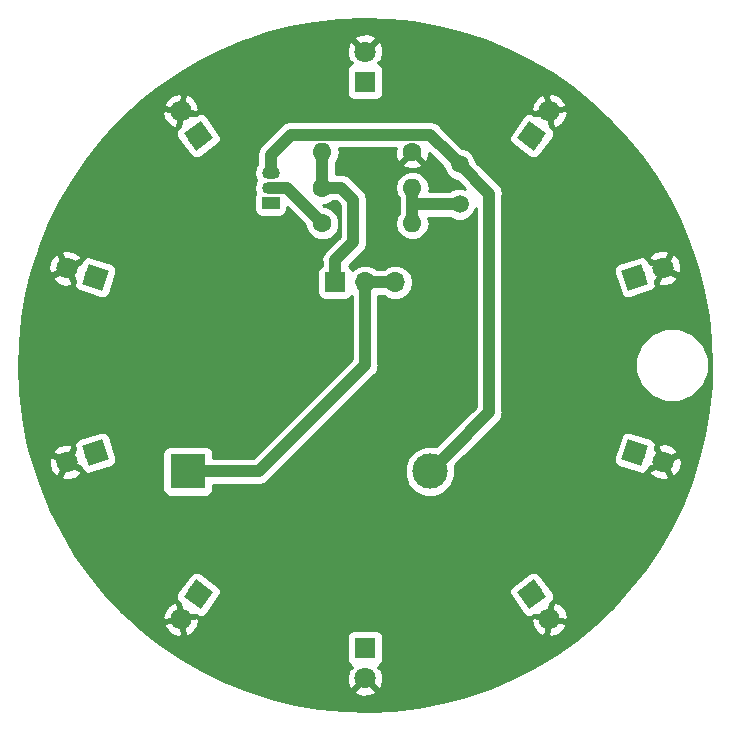
<source format=gbl>
G04 #@! TF.GenerationSoftware,KiCad,Pcbnew,(5.0.0)*
G04 #@! TF.CreationDate,2019-03-21T10:25:12+02:00*
G04 #@! TF.ProjectId,LED_badge,4C45445F62616467652E6B696361645F,rev?*
G04 #@! TF.SameCoordinates,Original*
G04 #@! TF.FileFunction,Copper,L2,Bot,Signal*
G04 #@! TF.FilePolarity,Positive*
%FSLAX46Y46*%
G04 Gerber Fmt 4.6, Leading zero omitted, Abs format (unit mm)*
G04 Created by KiCad (PCBNEW (5.0.0)) date 03/21/19 10:25:12*
%MOMM*%
%LPD*%
G01*
G04 APERTURE LIST*
G04 #@! TA.AperFunction,ComponentPad*
%ADD10R,1.500000X1.050000*%
G04 #@! TD*
G04 #@! TA.AperFunction,ComponentPad*
%ADD11O,1.500000X1.050000*%
G04 #@! TD*
G04 #@! TA.AperFunction,ComponentPad*
%ADD12C,1.800000*%
G04 #@! TD*
G04 #@! TA.AperFunction,Conductor*
%ADD13C,0.100000*%
G04 #@! TD*
G04 #@! TA.AperFunction,ComponentPad*
%ADD14R,1.800000X1.800000*%
G04 #@! TD*
G04 #@! TA.AperFunction,ComponentPad*
%ADD15C,3.000000*%
G04 #@! TD*
G04 #@! TA.AperFunction,ComponentPad*
%ADD16R,3.000000X3.000000*%
G04 #@! TD*
G04 #@! TA.AperFunction,ComponentPad*
%ADD17C,1.600000*%
G04 #@! TD*
G04 #@! TA.AperFunction,ComponentPad*
%ADD18O,1.600000X1.600000*%
G04 #@! TD*
G04 #@! TA.AperFunction,ComponentPad*
%ADD19C,1.500000*%
G04 #@! TD*
G04 #@! TA.AperFunction,ComponentPad*
%ADD20R,1.700000X1.700000*%
G04 #@! TD*
G04 #@! TA.AperFunction,ComponentPad*
%ADD21O,1.700000X1.700000*%
G04 #@! TD*
G04 #@! TA.AperFunction,Conductor*
%ADD22C,1.000000*%
G04 #@! TD*
G04 #@! TA.AperFunction,Conductor*
%ADD23C,0.254000*%
G04 #@! TD*
G04 APERTURE END LIST*
D10*
G04 #@! TO.P,Q1,1*
G04 #@! TO.N,Net-(D1-Pad1)*
X129000000Y-66270000D03*
D11*
G04 #@! TO.P,Q1,3*
G04 #@! TO.N,Net-(BT1-Pad2)*
X129000000Y-63730000D03*
G04 #@! TO.P,Q1,2*
G04 #@! TO.N,Net-(Q1-Pad2)*
X129000000Y-65000000D03*
G04 #@! TD*
D12*
G04 #@! TO.P,D1,2*
G04 #@! TO.N,Net-(D1-Pad2)*
X152599821Y-58528689D03*
G04 #@! TO.P,D1,1*
G04 #@! TO.N,Net-(D1-Pad1)*
X151106846Y-60583592D03*
D13*
G04 #@! TD*
G04 #@! TO.N,Net-(D1-Pad1)*
G04 #@! TO.C,D1*
G36*
X151305955Y-61840714D02*
X149849724Y-60782701D01*
X150907737Y-59326470D01*
X152363968Y-60384483D01*
X151305955Y-61840714D01*
X151305955Y-61840714D01*
G37*
D12*
G04 #@! TO.P,D1,2*
G04 #@! TO.N,Net-(D1-Pad2)*
X162241040Y-71798689D03*
G04 #@! TO.P,D1,1*
G04 #@! TO.N,Net-(D1-Pad1)*
X159825356Y-72583592D03*
D13*
G04 #@! TD*
G04 #@! TO.N,Net-(D1-Pad1)*
G04 #@! TO.C,D1*
G36*
X159247520Y-73717658D02*
X158691290Y-72005756D01*
X160403192Y-71449526D01*
X160959422Y-73161428D01*
X159247520Y-73717658D01*
X159247520Y-73717658D01*
G37*
D12*
G04 #@! TO.P,D1,2*
G04 #@! TO.N,Net-(D1-Pad2)*
X162241040Y-88201311D03*
G04 #@! TO.P,D1,1*
G04 #@! TO.N,Net-(D1-Pad1)*
X159825356Y-87416408D03*
D13*
G04 #@! TD*
G04 #@! TO.N,Net-(D1-Pad1)*
G04 #@! TO.C,D1*
G36*
X158691290Y-87994244D02*
X159247520Y-86282342D01*
X160959422Y-86838572D01*
X160403192Y-88550474D01*
X158691290Y-87994244D01*
X158691290Y-87994244D01*
G37*
D12*
G04 #@! TO.P,D1,2*
G04 #@! TO.N,Net-(D1-Pad2)*
X152599821Y-101471311D03*
G04 #@! TO.P,D1,1*
G04 #@! TO.N,Net-(D1-Pad1)*
X151106846Y-99416408D03*
D13*
G04 #@! TD*
G04 #@! TO.N,Net-(D1-Pad1)*
G04 #@! TO.C,D1*
G36*
X149849724Y-99217299D02*
X151305955Y-98159286D01*
X152363968Y-99615517D01*
X150907737Y-100673530D01*
X149849724Y-99217299D01*
X149849724Y-99217299D01*
G37*
D12*
G04 #@! TO.P,D1,2*
G04 #@! TO.N,Net-(D1-Pad2)*
X137000000Y-106540000D03*
D14*
G04 #@! TO.P,D1,1*
G04 #@! TO.N,Net-(D1-Pad1)*
X137000000Y-104000000D03*
G04 #@! TD*
D12*
G04 #@! TO.P,D1,2*
G04 #@! TO.N,Net-(D1-Pad2)*
X121400179Y-101471311D03*
G04 #@! TO.P,D1,1*
G04 #@! TO.N,Net-(D1-Pad1)*
X122893154Y-99416408D03*
D13*
G04 #@! TD*
G04 #@! TO.N,Net-(D1-Pad1)*
G04 #@! TO.C,D1*
G36*
X122694045Y-98159286D02*
X124150276Y-99217299D01*
X123092263Y-100673530D01*
X121636032Y-99615517D01*
X122694045Y-98159286D01*
X122694045Y-98159286D01*
G37*
D12*
G04 #@! TO.P,D1,2*
G04 #@! TO.N,Net-(D1-Pad2)*
X111758960Y-88201311D03*
G04 #@! TO.P,D1,1*
G04 #@! TO.N,Net-(D1-Pad1)*
X114174644Y-87416408D03*
D13*
G04 #@! TD*
G04 #@! TO.N,Net-(D1-Pad1)*
G04 #@! TO.C,D1*
G36*
X114752480Y-86282342D02*
X115308710Y-87994244D01*
X113596808Y-88550474D01*
X113040578Y-86838572D01*
X114752480Y-86282342D01*
X114752480Y-86282342D01*
G37*
D12*
G04 #@! TO.P,D1,2*
G04 #@! TO.N,Net-(D1-Pad2)*
X111758960Y-71798689D03*
G04 #@! TO.P,D1,1*
G04 #@! TO.N,Net-(D1-Pad1)*
X114174644Y-72583592D03*
D13*
G04 #@! TD*
G04 #@! TO.N,Net-(D1-Pad1)*
G04 #@! TO.C,D1*
G36*
X115308710Y-72005756D02*
X114752480Y-73717658D01*
X113040578Y-73161428D01*
X113596808Y-71449526D01*
X115308710Y-72005756D01*
X115308710Y-72005756D01*
G37*
D12*
G04 #@! TO.P,D1,2*
G04 #@! TO.N,Net-(D1-Pad2)*
X121400179Y-58528689D03*
G04 #@! TO.P,D1,1*
G04 #@! TO.N,Net-(D1-Pad1)*
X122893154Y-60583592D03*
D13*
G04 #@! TD*
G04 #@! TO.N,Net-(D1-Pad1)*
G04 #@! TO.C,D1*
G36*
X124150276Y-60782701D02*
X122694045Y-61840714D01*
X121636032Y-60384483D01*
X123092263Y-59326470D01*
X124150276Y-60782701D01*
X124150276Y-60782701D01*
G37*
D15*
G04 #@! TO.P,BT1,2*
G04 #@! TO.N,Net-(BT1-Pad2)*
X142490000Y-89000000D03*
D16*
G04 #@! TO.P,BT1,1*
G04 #@! TO.N,Net-(BT1-Pad1)*
X122000000Y-89000000D03*
G04 #@! TD*
D17*
G04 #@! TO.P,R1,1*
G04 #@! TO.N,Net-(R1-Pad1)*
X133380000Y-65000000D03*
D18*
G04 #@! TO.P,R1,2*
G04 #@! TO.N,Net-(R1-Pad2)*
X141000000Y-65000000D03*
G04 #@! TD*
D19*
G04 #@! TO.P,R2,1*
G04 #@! TO.N,Net-(R1-Pad2)*
X145000000Y-66400000D03*
G04 #@! TO.P,R2,2*
G04 #@! TO.N,Net-(BT1-Pad2)*
X145000000Y-63000000D03*
G04 #@! TD*
D18*
G04 #@! TO.P,R3,2*
G04 #@! TO.N,Net-(R1-Pad1)*
X133380000Y-62000000D03*
D17*
G04 #@! TO.P,R3,1*
G04 #@! TO.N,Net-(D1-Pad2)*
X141000000Y-62000000D03*
G04 #@! TD*
G04 #@! TO.P,R4,1*
G04 #@! TO.N,Net-(Q1-Pad2)*
X133380000Y-68000000D03*
D18*
G04 #@! TO.P,R4,2*
G04 #@! TO.N,Net-(R1-Pad2)*
X141000000Y-68000000D03*
G04 #@! TD*
D14*
G04 #@! TO.P,D1,1*
G04 #@! TO.N,Net-(D1-Pad1)*
X137000000Y-56000000D03*
D12*
G04 #@! TO.P,D1,2*
G04 #@! TO.N,Net-(D1-Pad2)*
X137000000Y-53460000D03*
G04 #@! TD*
D20*
G04 #@! TO.P,SW1,1*
G04 #@! TO.N,Net-(R1-Pad1)*
X134460000Y-73000000D03*
D21*
G04 #@! TO.P,SW1,2*
G04 #@! TO.N,Net-(BT1-Pad1)*
X137000000Y-73000000D03*
G04 #@! TO.P,SW1,3*
X139540000Y-73000000D03*
G04 #@! TD*
D22*
G04 #@! TO.N,Net-(BT1-Pad2)*
X143989999Y-87500001D02*
X142490000Y-89000000D01*
X147500000Y-83990000D02*
X143989999Y-87500001D01*
X147500000Y-65500000D02*
X147500000Y-83990000D01*
X145000000Y-63000000D02*
X147500000Y-65500000D01*
X144250001Y-62250001D02*
X145000000Y-63000000D01*
X142499999Y-60499999D02*
X144250001Y-62250001D01*
X130705001Y-60499999D02*
X142499999Y-60499999D01*
X129000000Y-62205000D02*
X130705001Y-60499999D01*
X129000000Y-63730000D02*
X129000000Y-62205000D01*
G04 #@! TO.N,Net-(BT1-Pad1)*
X137000000Y-73000000D02*
X139540000Y-73000000D01*
X128000000Y-89000000D02*
X122000000Y-89000000D01*
X137000000Y-80000000D02*
X128000000Y-89000000D01*
X137000000Y-73000000D02*
X137000000Y-80000000D01*
G04 #@! TO.N,Net-(Q1-Pad2)*
X130380000Y-65000000D02*
X133380000Y-68000000D01*
X129000000Y-65000000D02*
X130380000Y-65000000D01*
G04 #@! TO.N,Net-(R1-Pad2)*
X141100000Y-66400000D02*
X141000000Y-66500000D01*
X145000000Y-66400000D02*
X141100000Y-66400000D01*
X141000000Y-65000000D02*
X141000000Y-66500000D01*
X141000000Y-66500000D02*
X141000000Y-68000000D01*
G04 #@! TO.N,Net-(R1-Pad1)*
X133380000Y-62000000D02*
X133380000Y-65000000D01*
X135000000Y-65000000D02*
X133380000Y-65000000D01*
X136000000Y-66000000D02*
X135000000Y-65000000D01*
X136000000Y-69610000D02*
X136000000Y-66000000D01*
X134460000Y-73000000D02*
X134460000Y-71150000D01*
X134460000Y-71150000D02*
X136000000Y-69610000D01*
G04 #@! TD*
D23*
G04 #@! TO.N,Net-(D1-Pad2)*
G36*
X138993301Y-50761204D02*
X141078699Y-50978548D01*
X143143220Y-51344437D01*
X145176298Y-51856998D01*
X147167526Y-52513606D01*
X149106712Y-53310902D01*
X150983931Y-54244804D01*
X152789573Y-55310532D01*
X154514398Y-56502632D01*
X156149577Y-57815002D01*
X157686740Y-59240924D01*
X159118019Y-60773100D01*
X160436088Y-62403687D01*
X161634201Y-64124341D01*
X162706226Y-65926252D01*
X163646675Y-67800200D01*
X164450735Y-69736591D01*
X165114290Y-71725514D01*
X165633944Y-73756790D01*
X166007037Y-75820022D01*
X166231660Y-77904649D01*
X166306662Y-80000000D01*
X166258066Y-81687009D01*
X166062572Y-83774569D01*
X165718322Y-85842809D01*
X165227080Y-87881142D01*
X164591359Y-89879137D01*
X163814414Y-91826566D01*
X162900221Y-93713461D01*
X161853459Y-95530165D01*
X160679486Y-97267378D01*
X159384312Y-98916210D01*
X157974565Y-100468221D01*
X156457461Y-101915466D01*
X154840765Y-103250538D01*
X153132753Y-104466604D01*
X151342166Y-105557439D01*
X149478170Y-106517461D01*
X147550305Y-107341754D01*
X145568439Y-108026100D01*
X143542716Y-108566997D01*
X141483504Y-108961675D01*
X139401344Y-109208115D01*
X137306893Y-109305055D01*
X135210871Y-109251999D01*
X133124007Y-109049219D01*
X131056981Y-108697752D01*
X129020375Y-108199398D01*
X127221654Y-107620159D01*
X136099446Y-107620159D01*
X136185852Y-107876643D01*
X136759336Y-108086458D01*
X137369460Y-108060839D01*
X137814148Y-107876643D01*
X137900554Y-107620159D01*
X137000000Y-106719605D01*
X136099446Y-107620159D01*
X127221654Y-107620159D01*
X127024612Y-107556706D01*
X125079907Y-106772968D01*
X123196214Y-105852194D01*
X121383175Y-104799097D01*
X119650070Y-103619068D01*
X118993994Y-103100000D01*
X135452560Y-103100000D01*
X135452560Y-104900000D01*
X135501843Y-105147765D01*
X135642191Y-105357809D01*
X135840114Y-105490058D01*
X135805282Y-105524890D01*
X135919839Y-105639447D01*
X135663357Y-105725852D01*
X135453542Y-106299336D01*
X135479161Y-106909460D01*
X135663357Y-107354148D01*
X135919841Y-107440554D01*
X136820395Y-106540000D01*
X136806253Y-106525858D01*
X136985858Y-106346253D01*
X137000000Y-106360395D01*
X137014143Y-106346253D01*
X137193748Y-106525858D01*
X137179605Y-106540000D01*
X138080159Y-107440554D01*
X138336643Y-107354148D01*
X138546458Y-106780664D01*
X138520839Y-106170540D01*
X138336643Y-105725852D01*
X138080161Y-105639447D01*
X138194718Y-105524890D01*
X138159886Y-105490058D01*
X138357809Y-105357809D01*
X138498157Y-105147765D01*
X138547440Y-104900000D01*
X138547440Y-103100000D01*
X138498157Y-102852235D01*
X138357809Y-102642191D01*
X138147765Y-102501843D01*
X137900000Y-102452560D01*
X136100000Y-102452560D01*
X135852235Y-102501843D01*
X135642191Y-102642191D01*
X135501843Y-102852235D01*
X135452560Y-103100000D01*
X118993994Y-103100000D01*
X118005769Y-102318146D01*
X117739010Y-102074134D01*
X119955860Y-102074134D01*
X120221902Y-102469980D01*
X120205461Y-102486421D01*
X120289299Y-102570259D01*
X120296493Y-102580963D01*
X120306948Y-102587908D01*
X120385069Y-102666029D01*
X120400827Y-102650271D01*
X120805152Y-102918859D01*
X121273179Y-103031222D01*
X121493841Y-102874511D01*
X121313735Y-101737363D01*
X121386038Y-101665060D01*
X121414320Y-101665060D01*
X121586761Y-101837501D01*
X121744714Y-102834776D01*
X122003002Y-102915630D01*
X122398848Y-102649588D01*
X122415289Y-102666029D01*
X122499127Y-102582191D01*
X122509831Y-102574997D01*
X122516776Y-102564542D01*
X122594897Y-102486421D01*
X122579139Y-102470663D01*
X122847727Y-102066338D01*
X122960090Y-101598311D01*
X151039910Y-101598311D01*
X151207251Y-102185595D01*
X151586599Y-102664137D01*
X151996998Y-102915630D01*
X152128352Y-102874511D01*
X152506159Y-102874511D01*
X152726821Y-103031222D01*
X153314105Y-102863881D01*
X153792647Y-102484533D01*
X154044140Y-102074134D01*
X153963286Y-101815846D01*
X152705390Y-101616615D01*
X152506159Y-102874511D01*
X152128352Y-102874511D01*
X152255286Y-102834776D01*
X152454517Y-101576880D01*
X151196621Y-101377649D01*
X151039910Y-101598311D01*
X122960090Y-101598311D01*
X122803379Y-101377649D01*
X121666231Y-101557755D01*
X121593928Y-101485452D01*
X121414320Y-101665060D01*
X121386038Y-101665060D01*
X121206430Y-101485452D01*
X121033989Y-101657893D01*
X120036714Y-101815846D01*
X119955860Y-102074134D01*
X117739010Y-102074134D01*
X116941151Y-101344311D01*
X119840268Y-101344311D01*
X119996979Y-101564973D01*
X121134127Y-101384867D01*
X121206430Y-101457170D01*
X121386038Y-101277562D01*
X121213597Y-101105121D01*
X121055644Y-100107846D01*
X120797356Y-100026992D01*
X120401510Y-100293034D01*
X120385069Y-100276593D01*
X120301231Y-100360431D01*
X120290527Y-100367625D01*
X120283582Y-100378080D01*
X120205461Y-100456201D01*
X120221219Y-100471959D01*
X119952631Y-100876284D01*
X119840268Y-101344311D01*
X116941151Y-101344311D01*
X116458689Y-100902990D01*
X115335002Y-99716799D01*
X120996563Y-99716799D01*
X121083999Y-99953804D01*
X121255476Y-100139307D01*
X121325897Y-100190471D01*
X121486623Y-101205259D01*
X121414320Y-101277562D01*
X121593928Y-101457170D01*
X121766369Y-101284729D01*
X122641285Y-101146156D01*
X122711707Y-101197320D01*
X122941121Y-101303081D01*
X123193545Y-101312999D01*
X123430550Y-101225563D01*
X123616053Y-101054086D01*
X124674066Y-99597855D01*
X124779827Y-99368441D01*
X124789745Y-99116017D01*
X149210255Y-99116017D01*
X149220173Y-99368441D01*
X149325934Y-99597855D01*
X150383947Y-101054086D01*
X150569450Y-101225563D01*
X150806455Y-101312999D01*
X151058879Y-101303081D01*
X151288293Y-101197320D01*
X151358715Y-101146156D01*
X152233631Y-101284729D01*
X152406072Y-101457170D01*
X152497500Y-101365742D01*
X152745125Y-101365742D01*
X154003021Y-101564973D01*
X154159732Y-101344311D01*
X153992391Y-100757027D01*
X153613043Y-100278485D01*
X153202644Y-100026992D01*
X152944356Y-100107846D01*
X152745125Y-101365742D01*
X152497500Y-101365742D01*
X152585680Y-101277562D01*
X152513377Y-101205259D01*
X152674103Y-100190471D01*
X152744524Y-100139307D01*
X152916001Y-99953804D01*
X153003437Y-99716799D01*
X152993519Y-99464375D01*
X152887758Y-99234961D01*
X151829745Y-97778730D01*
X151644242Y-97607253D01*
X151407237Y-97519817D01*
X151154813Y-97529735D01*
X150925399Y-97635496D01*
X149469168Y-98693509D01*
X149297691Y-98879012D01*
X149210255Y-99116017D01*
X124789745Y-99116017D01*
X124702309Y-98879012D01*
X124530832Y-98693509D01*
X123074601Y-97635496D01*
X122845187Y-97529735D01*
X122592763Y-97519817D01*
X122355758Y-97607253D01*
X122170255Y-97778730D01*
X121112242Y-99234961D01*
X121006481Y-99464375D01*
X120996563Y-99716799D01*
X115335002Y-99716799D01*
X115016748Y-99380843D01*
X113687328Y-97759497D01*
X112477231Y-96047250D01*
X111392653Y-94252867D01*
X110439144Y-92385531D01*
X109621585Y-90454800D01*
X109297967Y-89506890D01*
X111236270Y-89506890D01*
X111397705Y-89724120D01*
X112007957Y-89746449D01*
X112580302Y-89533545D01*
X112946306Y-89220949D01*
X112949226Y-88950317D01*
X111814461Y-88372126D01*
X111236270Y-89506890D01*
X109297967Y-89506890D01*
X108944161Y-88470557D01*
X108938830Y-88450308D01*
X110213822Y-88450308D01*
X110426726Y-89022653D01*
X110739322Y-89388657D01*
X111009954Y-89391577D01*
X111588145Y-88256812D01*
X110453381Y-87678621D01*
X110236151Y-87840056D01*
X110213822Y-88450308D01*
X108938830Y-88450308D01*
X108676078Y-87452305D01*
X110568694Y-87452305D01*
X111703459Y-88030496D01*
X111715144Y-88007562D01*
X111773101Y-88007562D01*
X111952709Y-88187170D01*
X111972367Y-88167512D01*
X112954158Y-88667759D01*
X112981056Y-88750544D01*
X113104491Y-88970952D01*
X113302876Y-89127347D01*
X113546010Y-89195918D01*
X113796878Y-89166226D01*
X115508780Y-88609996D01*
X115729188Y-88486561D01*
X115885583Y-88288176D01*
X115954154Y-88045042D01*
X115924462Y-87794174D01*
X115828880Y-87500000D01*
X119852560Y-87500000D01*
X119852560Y-90500000D01*
X119901843Y-90747765D01*
X120042191Y-90957809D01*
X120252235Y-91098157D01*
X120500000Y-91147440D01*
X123500000Y-91147440D01*
X123747765Y-91098157D01*
X123957809Y-90957809D01*
X124098157Y-90747765D01*
X124147440Y-90500000D01*
X124147440Y-90135000D01*
X127888217Y-90135000D01*
X128000000Y-90157235D01*
X128111783Y-90135000D01*
X128442855Y-90069146D01*
X128818289Y-89818289D01*
X128881613Y-89723518D01*
X137723521Y-80881611D01*
X137818289Y-80818289D01*
X138069146Y-80442855D01*
X138135000Y-80111783D01*
X138157235Y-80000001D01*
X138135000Y-79888218D01*
X138135000Y-74135000D01*
X138565719Y-74135000D01*
X138960582Y-74398839D01*
X139393744Y-74485000D01*
X139686256Y-74485000D01*
X140119418Y-74398839D01*
X140610625Y-74070625D01*
X140938839Y-73579418D01*
X141054092Y-73000000D01*
X140938839Y-72420582D01*
X140610625Y-71929375D01*
X140119418Y-71601161D01*
X139686256Y-71515000D01*
X139393744Y-71515000D01*
X138960582Y-71601161D01*
X138565719Y-71865000D01*
X137974281Y-71865000D01*
X137579418Y-71601161D01*
X137146256Y-71515000D01*
X136853744Y-71515000D01*
X136420582Y-71601161D01*
X135929375Y-71929375D01*
X135917184Y-71947619D01*
X135908157Y-71902235D01*
X135767809Y-71692191D01*
X135621021Y-71594110D01*
X136723521Y-70491611D01*
X136818289Y-70428289D01*
X137069146Y-70052855D01*
X137135000Y-69721783D01*
X137135000Y-69721782D01*
X137157235Y-69610000D01*
X137135000Y-69498217D01*
X137135000Y-66111783D01*
X137157235Y-66000000D01*
X137069146Y-65557145D01*
X136881609Y-65276476D01*
X136818289Y-65181711D01*
X136723523Y-65118391D01*
X135881612Y-64276481D01*
X135818289Y-64181711D01*
X135442855Y-63930854D01*
X135111783Y-63865000D01*
X135000000Y-63842765D01*
X134888217Y-63865000D01*
X134515000Y-63865000D01*
X134515000Y-63007745D01*
X140171861Y-63007745D01*
X140245995Y-63253864D01*
X140783223Y-63446965D01*
X141353454Y-63419778D01*
X141754005Y-63253864D01*
X141828139Y-63007745D01*
X141000000Y-62179605D01*
X140171861Y-63007745D01*
X134515000Y-63007745D01*
X134515000Y-62884283D01*
X134731740Y-62559909D01*
X134843113Y-62000000D01*
X134770510Y-61634999D01*
X139606313Y-61634999D01*
X139553035Y-61783223D01*
X139580222Y-62353454D01*
X139746136Y-62754005D01*
X139992255Y-62828139D01*
X140820395Y-62000000D01*
X140806253Y-61985858D01*
X140985858Y-61806253D01*
X141000000Y-61820395D01*
X141014143Y-61806253D01*
X141193748Y-61985858D01*
X141179605Y-62000000D01*
X142007745Y-62828139D01*
X142253864Y-62754005D01*
X142446965Y-62216777D01*
X142438720Y-62043852D01*
X143526477Y-63131610D01*
X143526483Y-63131614D01*
X143615000Y-63220131D01*
X143615000Y-63275494D01*
X143825853Y-63784540D01*
X144215460Y-64174147D01*
X144724506Y-64385000D01*
X144779869Y-64385000D01*
X145504885Y-65110017D01*
X145275494Y-65015000D01*
X144724506Y-65015000D01*
X144215460Y-65225853D01*
X144176313Y-65265000D01*
X142410401Y-65265000D01*
X142463113Y-65000000D01*
X142351740Y-64440091D01*
X142034577Y-63965423D01*
X141559909Y-63648260D01*
X141141333Y-63565000D01*
X140858667Y-63565000D01*
X140440091Y-63648260D01*
X139965423Y-63965423D01*
X139648260Y-64440091D01*
X139536887Y-65000000D01*
X139648260Y-65559909D01*
X139865000Y-65884283D01*
X139865000Y-66388217D01*
X139842765Y-66500000D01*
X139865000Y-66611783D01*
X139865000Y-67115717D01*
X139648260Y-67440091D01*
X139536887Y-68000000D01*
X139648260Y-68559909D01*
X139965423Y-69034577D01*
X140440091Y-69351740D01*
X140858667Y-69435000D01*
X141141333Y-69435000D01*
X141559909Y-69351740D01*
X142034577Y-69034577D01*
X142351740Y-68559909D01*
X142463113Y-68000000D01*
X142370619Y-67535000D01*
X144176313Y-67535000D01*
X144215460Y-67574147D01*
X144724506Y-67785000D01*
X145275494Y-67785000D01*
X145784540Y-67574147D01*
X146174147Y-67184540D01*
X146365000Y-66723778D01*
X146365001Y-83519867D01*
X143266478Y-86618391D01*
X143266475Y-86618393D01*
X142989059Y-86895809D01*
X142914678Y-86865000D01*
X142065322Y-86865000D01*
X141280620Y-87190034D01*
X140680034Y-87790620D01*
X140355000Y-88575322D01*
X140355000Y-89424678D01*
X140680034Y-90209380D01*
X141280620Y-90809966D01*
X142065322Y-91135000D01*
X142914678Y-91135000D01*
X143699380Y-90809966D01*
X144299966Y-90209380D01*
X144625000Y-89424678D01*
X144625000Y-88575322D01*
X144594191Y-88500941D01*
X144871607Y-88223525D01*
X144871609Y-88223522D01*
X145050089Y-88045042D01*
X158045846Y-88045042D01*
X158114417Y-88288176D01*
X158270812Y-88486561D01*
X158491220Y-88609996D01*
X160203122Y-89166226D01*
X160453990Y-89195918D01*
X160697124Y-89127347D01*
X160895509Y-88970952D01*
X160907065Y-88950317D01*
X161050774Y-88950317D01*
X161053694Y-89220949D01*
X161534273Y-89597711D01*
X162122452Y-89761884D01*
X162602295Y-89724120D01*
X162763730Y-89506890D01*
X162185539Y-88372126D01*
X161050774Y-88950317D01*
X160907065Y-88950317D01*
X161018944Y-88750544D01*
X161045842Y-88667759D01*
X161852371Y-88256812D01*
X162411855Y-88256812D01*
X162990046Y-89391577D01*
X163260678Y-89388657D01*
X163637440Y-88908078D01*
X163801613Y-88319899D01*
X163763849Y-87840056D01*
X163546619Y-87678621D01*
X162411855Y-88256812D01*
X161852371Y-88256812D01*
X162027633Y-88167512D01*
X162047291Y-88187170D01*
X162226899Y-88007562D01*
X161763849Y-87544512D01*
X161548276Y-87121426D01*
X161575174Y-87038642D01*
X161592088Y-86895732D01*
X161718350Y-86895732D01*
X162296541Y-88030496D01*
X163431306Y-87452305D01*
X163428386Y-87181673D01*
X162947807Y-86804911D01*
X162359628Y-86640738D01*
X161879785Y-86678502D01*
X161718350Y-86895732D01*
X161592088Y-86895732D01*
X161604866Y-86787774D01*
X161536295Y-86544640D01*
X161379900Y-86346255D01*
X161159492Y-86222820D01*
X159447590Y-85666590D01*
X159196722Y-85636898D01*
X158953588Y-85705469D01*
X158755203Y-85861864D01*
X158631768Y-86082272D01*
X158075538Y-87794174D01*
X158045846Y-88045042D01*
X145050089Y-88045042D01*
X148223521Y-84871611D01*
X148318289Y-84808289D01*
X148569146Y-84432855D01*
X148635000Y-84101783D01*
X148657235Y-83990001D01*
X148635000Y-83878218D01*
X148635000Y-79376410D01*
X159865000Y-79376410D01*
X159865000Y-80623590D01*
X160342276Y-81775835D01*
X161224165Y-82657724D01*
X162376410Y-83135000D01*
X163623590Y-83135000D01*
X164775835Y-82657724D01*
X165657724Y-81775835D01*
X166135000Y-80623590D01*
X166135000Y-79376410D01*
X165657724Y-78224165D01*
X164775835Y-77342276D01*
X163623590Y-76865000D01*
X162376410Y-76865000D01*
X161224165Y-77342276D01*
X160342276Y-78224165D01*
X159865000Y-79376410D01*
X148635000Y-79376410D01*
X148635000Y-71954958D01*
X158045846Y-71954958D01*
X158075538Y-72205826D01*
X158631768Y-73917728D01*
X158755203Y-74138136D01*
X158953588Y-74294531D01*
X159196722Y-74363102D01*
X159447590Y-74333410D01*
X161159492Y-73777180D01*
X161379900Y-73653745D01*
X161536295Y-73455360D01*
X161604866Y-73212226D01*
X161592089Y-73104268D01*
X161718350Y-73104268D01*
X161879785Y-73321498D01*
X162490037Y-73343827D01*
X163062382Y-73130923D01*
X163428386Y-72818327D01*
X163431306Y-72547695D01*
X162296541Y-71969504D01*
X161718350Y-73104268D01*
X161592089Y-73104268D01*
X161575174Y-72961358D01*
X161548276Y-72878574D01*
X161763849Y-72455488D01*
X162226899Y-71992438D01*
X162047291Y-71812830D01*
X162027633Y-71832488D01*
X161852372Y-71743188D01*
X162411855Y-71743188D01*
X163546619Y-72321379D01*
X163763849Y-72159944D01*
X163786178Y-71549692D01*
X163573274Y-70977347D01*
X163260678Y-70611343D01*
X162990046Y-70608423D01*
X162411855Y-71743188D01*
X161852372Y-71743188D01*
X161045842Y-71332241D01*
X161018944Y-71249456D01*
X160907066Y-71049683D01*
X161050774Y-71049683D01*
X162185539Y-71627874D01*
X162763730Y-70493110D01*
X162602295Y-70275880D01*
X161992043Y-70253551D01*
X161419698Y-70466455D01*
X161053694Y-70779051D01*
X161050774Y-71049683D01*
X160907066Y-71049683D01*
X160895509Y-71029048D01*
X160697124Y-70872653D01*
X160453990Y-70804082D01*
X160203122Y-70833774D01*
X158491220Y-71390004D01*
X158270812Y-71513439D01*
X158114417Y-71711824D01*
X158045846Y-71954958D01*
X148635000Y-71954958D01*
X148635000Y-65611783D01*
X148657235Y-65500000D01*
X148569146Y-65057145D01*
X148562240Y-65046810D01*
X148318289Y-64681711D01*
X148223521Y-64618390D01*
X146385000Y-62779869D01*
X146385000Y-62724506D01*
X146174147Y-62215460D01*
X145784540Y-61825853D01*
X145275494Y-61615000D01*
X145220131Y-61615000D01*
X145131614Y-61526483D01*
X145131610Y-61526477D01*
X144489116Y-60883983D01*
X149210255Y-60883983D01*
X149297691Y-61120988D01*
X149469168Y-61306491D01*
X150925399Y-62364504D01*
X151154813Y-62470265D01*
X151407237Y-62480183D01*
X151644242Y-62392747D01*
X151829745Y-62221270D01*
X152887758Y-60765039D01*
X152993519Y-60535625D01*
X153003437Y-60283201D01*
X152916001Y-60046196D01*
X152744524Y-59860693D01*
X152674103Y-59809529D01*
X152513377Y-58794741D01*
X152585680Y-58722438D01*
X152613962Y-58722438D01*
X152786403Y-58894879D01*
X152944356Y-59892154D01*
X153202644Y-59973008D01*
X153598490Y-59706966D01*
X153614931Y-59723407D01*
X153698769Y-59639569D01*
X153709473Y-59632375D01*
X153716418Y-59621920D01*
X153794539Y-59543799D01*
X153778781Y-59528041D01*
X154047369Y-59123716D01*
X154159732Y-58655689D01*
X154003021Y-58435027D01*
X152865873Y-58615133D01*
X152793570Y-58542830D01*
X152613962Y-58722438D01*
X152585680Y-58722438D01*
X152406072Y-58542830D01*
X152233631Y-58715271D01*
X151358715Y-58853844D01*
X151288293Y-58802680D01*
X151058879Y-58696919D01*
X150806455Y-58687001D01*
X150569450Y-58774437D01*
X150383947Y-58945914D01*
X149325934Y-60402145D01*
X149220173Y-60631559D01*
X149210255Y-60883983D01*
X144489116Y-60883983D01*
X143381612Y-59776480D01*
X143318288Y-59681710D01*
X142942854Y-59430853D01*
X142611782Y-59364999D01*
X142499999Y-59342764D01*
X142388216Y-59364999D01*
X130816784Y-59364999D01*
X130705001Y-59342764D01*
X130593218Y-59364999D01*
X130262146Y-59430853D01*
X129886712Y-59681710D01*
X129823392Y-59776475D01*
X128276479Y-61323389D01*
X128181712Y-61386711D01*
X128029174Y-61615000D01*
X127930854Y-61762146D01*
X127842765Y-62205000D01*
X127865000Y-62316783D01*
X127865000Y-63003968D01*
X127682305Y-63277391D01*
X127592275Y-63730000D01*
X127682305Y-64182609D01*
X127804174Y-64365000D01*
X127682305Y-64547391D01*
X127592275Y-65000000D01*
X127682157Y-65451867D01*
X127651843Y-65497235D01*
X127602560Y-65745000D01*
X127602560Y-66795000D01*
X127651843Y-67042765D01*
X127792191Y-67252809D01*
X128002235Y-67393157D01*
X128250000Y-67442440D01*
X129750000Y-67442440D01*
X129997765Y-67393157D01*
X130207809Y-67252809D01*
X130348157Y-67042765D01*
X130397440Y-66795000D01*
X130397440Y-66622571D01*
X131945000Y-68170132D01*
X131945000Y-68285439D01*
X132163466Y-68812862D01*
X132567138Y-69216534D01*
X133094561Y-69435000D01*
X133665439Y-69435000D01*
X134192862Y-69216534D01*
X134596534Y-68812862D01*
X134815000Y-68285439D01*
X134815000Y-67714561D01*
X134596534Y-67187138D01*
X134192862Y-66783466D01*
X133665439Y-66565000D01*
X133550132Y-66565000D01*
X133420132Y-66435000D01*
X133665439Y-66435000D01*
X134192862Y-66216534D01*
X134274396Y-66135000D01*
X134529868Y-66135000D01*
X134865001Y-66470133D01*
X134865000Y-69139868D01*
X133736480Y-70268389D01*
X133641712Y-70331711D01*
X133577181Y-70428289D01*
X133390854Y-70707146D01*
X133302765Y-71150000D01*
X133325001Y-71261788D01*
X133325001Y-71576722D01*
X133152191Y-71692191D01*
X133011843Y-71902235D01*
X132962560Y-72150000D01*
X132962560Y-73850000D01*
X133011843Y-74097765D01*
X133152191Y-74307809D01*
X133362235Y-74448157D01*
X133610000Y-74497440D01*
X135310000Y-74497440D01*
X135557765Y-74448157D01*
X135767809Y-74307809D01*
X135865000Y-74162353D01*
X135865001Y-79529867D01*
X127529869Y-87865000D01*
X124147440Y-87865000D01*
X124147440Y-87500000D01*
X124098157Y-87252235D01*
X123957809Y-87042191D01*
X123747765Y-86901843D01*
X123500000Y-86852560D01*
X120500000Y-86852560D01*
X120252235Y-86901843D01*
X120042191Y-87042191D01*
X119901843Y-87252235D01*
X119852560Y-87500000D01*
X115828880Y-87500000D01*
X115368232Y-86082272D01*
X115244797Y-85861864D01*
X115046412Y-85705469D01*
X114803278Y-85636898D01*
X114552410Y-85666590D01*
X112840508Y-86222820D01*
X112620100Y-86346255D01*
X112463705Y-86544640D01*
X112395134Y-86787774D01*
X112424826Y-87038642D01*
X112451724Y-87121426D01*
X112236151Y-87544512D01*
X111773101Y-88007562D01*
X111715144Y-88007562D01*
X112281650Y-86895732D01*
X112120215Y-86678502D01*
X111509963Y-86656173D01*
X110937618Y-86869077D01*
X110571614Y-87181673D01*
X110568694Y-87452305D01*
X108676078Y-87452305D01*
X108410339Y-86442958D01*
X108022851Y-84382382D01*
X107783681Y-82299374D01*
X107694052Y-80204597D01*
X107754424Y-78108773D01*
X107964488Y-76022630D01*
X108323168Y-73956844D01*
X108673202Y-72547695D01*
X110568694Y-72547695D01*
X110571614Y-72818327D01*
X111052193Y-73195089D01*
X111640372Y-73359262D01*
X112120215Y-73321498D01*
X112281650Y-73104268D01*
X111715145Y-71992438D01*
X111773101Y-71992438D01*
X112236151Y-72455488D01*
X112451724Y-72878574D01*
X112424826Y-72961358D01*
X112395134Y-73212226D01*
X112463705Y-73455360D01*
X112620100Y-73653745D01*
X112840508Y-73777180D01*
X114552410Y-74333410D01*
X114803278Y-74363102D01*
X115046412Y-74294531D01*
X115244797Y-74138136D01*
X115368232Y-73917728D01*
X115924462Y-72205826D01*
X115954154Y-71954958D01*
X115885583Y-71711824D01*
X115729188Y-71513439D01*
X115508780Y-71390004D01*
X113796878Y-70833774D01*
X113546010Y-70804082D01*
X113302876Y-70872653D01*
X113104491Y-71029048D01*
X112981056Y-71249456D01*
X112954158Y-71332241D01*
X111972367Y-71832488D01*
X111952709Y-71812830D01*
X111773101Y-71992438D01*
X111715145Y-71992438D01*
X111703459Y-71969504D01*
X110568694Y-72547695D01*
X108673202Y-72547695D01*
X108828628Y-71921989D01*
X108907455Y-71680101D01*
X110198387Y-71680101D01*
X110236151Y-72159944D01*
X110453381Y-72321379D01*
X111588145Y-71743188D01*
X111009954Y-70608423D01*
X110739322Y-70611343D01*
X110362560Y-71091922D01*
X110198387Y-71680101D01*
X108907455Y-71680101D01*
X109294277Y-70493110D01*
X111236270Y-70493110D01*
X111814461Y-71627874D01*
X112949226Y-71049683D01*
X112946306Y-70779051D01*
X112465727Y-70402289D01*
X111877548Y-70238116D01*
X111397705Y-70275880D01*
X111236270Y-70493110D01*
X109294277Y-70493110D01*
X109478282Y-69928481D01*
X110268804Y-67986524D01*
X111196148Y-66106057D01*
X112255567Y-64296705D01*
X113441639Y-62567730D01*
X114748292Y-60927980D01*
X115342236Y-60283201D01*
X120996563Y-60283201D01*
X121006481Y-60535625D01*
X121112242Y-60765039D01*
X122170255Y-62221270D01*
X122355758Y-62392747D01*
X122592763Y-62480183D01*
X122845187Y-62470265D01*
X123074601Y-62364504D01*
X124530832Y-61306491D01*
X124702309Y-61120988D01*
X124789745Y-60883983D01*
X124779827Y-60631559D01*
X124674066Y-60402145D01*
X123616053Y-58945914D01*
X123430550Y-58774437D01*
X123193545Y-58687001D01*
X122941121Y-58696919D01*
X122711707Y-58802680D01*
X122641285Y-58853844D01*
X121766369Y-58715271D01*
X121593928Y-58542830D01*
X121414320Y-58722438D01*
X121486623Y-58794741D01*
X121325897Y-59809529D01*
X121255476Y-59860693D01*
X121083999Y-60046196D01*
X120996563Y-60283201D01*
X115342236Y-60283201D01*
X116168840Y-59385849D01*
X116945023Y-58655689D01*
X119840268Y-58655689D01*
X120007609Y-59242973D01*
X120386957Y-59721515D01*
X120797356Y-59973008D01*
X121055644Y-59892154D01*
X121254875Y-58634258D01*
X119996979Y-58435027D01*
X119840268Y-58655689D01*
X116945023Y-58655689D01*
X117192251Y-58423120D01*
X121545483Y-58423120D01*
X122803379Y-58622351D01*
X122960090Y-58401689D01*
X151039910Y-58401689D01*
X151196621Y-58622351D01*
X152333769Y-58442245D01*
X152406072Y-58514548D01*
X152585680Y-58334940D01*
X152413239Y-58162499D01*
X152255286Y-57165224D01*
X152128353Y-57125489D01*
X152506159Y-57125489D01*
X152686265Y-58262637D01*
X152613962Y-58334940D01*
X152793570Y-58514548D01*
X152966011Y-58342107D01*
X153963286Y-58184154D01*
X154044140Y-57925866D01*
X153778098Y-57530020D01*
X153794539Y-57513579D01*
X153710701Y-57429741D01*
X153703507Y-57419037D01*
X153693052Y-57412092D01*
X153614931Y-57333971D01*
X153599173Y-57349729D01*
X153194848Y-57081141D01*
X152726821Y-56968778D01*
X152506159Y-57125489D01*
X152128353Y-57125489D01*
X151996998Y-57084370D01*
X151601152Y-57350412D01*
X151584711Y-57333971D01*
X151500873Y-57417809D01*
X151490169Y-57425003D01*
X151483224Y-57435458D01*
X151405103Y-57513579D01*
X151420861Y-57529337D01*
X151152273Y-57933662D01*
X151039910Y-58401689D01*
X122960090Y-58401689D01*
X122792749Y-57814405D01*
X122413401Y-57335863D01*
X122003002Y-57084370D01*
X121744714Y-57165224D01*
X121545483Y-58423120D01*
X117192251Y-58423120D01*
X117696011Y-57949231D01*
X117724710Y-57925866D01*
X119955860Y-57925866D01*
X120036714Y-58184154D01*
X121294610Y-58383385D01*
X121493841Y-57125489D01*
X121273179Y-56968778D01*
X120685895Y-57136119D01*
X120207353Y-57515467D01*
X119955860Y-57925866D01*
X117724710Y-57925866D01*
X119321987Y-56625477D01*
X121038448Y-55421365D01*
X121574348Y-55100000D01*
X135452560Y-55100000D01*
X135452560Y-56900000D01*
X135501843Y-57147765D01*
X135642191Y-57357809D01*
X135852235Y-57498157D01*
X136100000Y-57547440D01*
X137900000Y-57547440D01*
X138147765Y-57498157D01*
X138357809Y-57357809D01*
X138498157Y-57147765D01*
X138547440Y-56900000D01*
X138547440Y-55100000D01*
X138498157Y-54852235D01*
X138357809Y-54642191D01*
X138159886Y-54509942D01*
X138194718Y-54475110D01*
X138080161Y-54360553D01*
X138336643Y-54274148D01*
X138546458Y-53700664D01*
X138520839Y-53090540D01*
X138336643Y-52645852D01*
X138080159Y-52559446D01*
X137179605Y-53460000D01*
X137193748Y-53474143D01*
X137014143Y-53653748D01*
X137000000Y-53639605D01*
X136985858Y-53653748D01*
X136806253Y-53474143D01*
X136820395Y-53460000D01*
X135919841Y-52559446D01*
X135663357Y-52645852D01*
X135453542Y-53219336D01*
X135479161Y-53829460D01*
X135663357Y-54274148D01*
X135919839Y-54360553D01*
X135805282Y-54475110D01*
X135840114Y-54509942D01*
X135642191Y-54642191D01*
X135501843Y-54852235D01*
X135452560Y-55100000D01*
X121574348Y-55100000D01*
X122836607Y-54343057D01*
X124707260Y-53396072D01*
X126640832Y-52585258D01*
X127249458Y-52379841D01*
X136099446Y-52379841D01*
X137000000Y-53280395D01*
X137900554Y-52379841D01*
X137814148Y-52123357D01*
X137240664Y-51913542D01*
X136630540Y-51939161D01*
X136185852Y-52123357D01*
X136099446Y-52379841D01*
X127249458Y-52379841D01*
X128627428Y-51914764D01*
X130656877Y-51388023D01*
X132718794Y-51007730D01*
X134802624Y-50775832D01*
X136897701Y-50693517D01*
X138993301Y-50761204D01*
X138993301Y-50761204D01*
G37*
X138993301Y-50761204D02*
X141078699Y-50978548D01*
X143143220Y-51344437D01*
X145176298Y-51856998D01*
X147167526Y-52513606D01*
X149106712Y-53310902D01*
X150983931Y-54244804D01*
X152789573Y-55310532D01*
X154514398Y-56502632D01*
X156149577Y-57815002D01*
X157686740Y-59240924D01*
X159118019Y-60773100D01*
X160436088Y-62403687D01*
X161634201Y-64124341D01*
X162706226Y-65926252D01*
X163646675Y-67800200D01*
X164450735Y-69736591D01*
X165114290Y-71725514D01*
X165633944Y-73756790D01*
X166007037Y-75820022D01*
X166231660Y-77904649D01*
X166306662Y-80000000D01*
X166258066Y-81687009D01*
X166062572Y-83774569D01*
X165718322Y-85842809D01*
X165227080Y-87881142D01*
X164591359Y-89879137D01*
X163814414Y-91826566D01*
X162900221Y-93713461D01*
X161853459Y-95530165D01*
X160679486Y-97267378D01*
X159384312Y-98916210D01*
X157974565Y-100468221D01*
X156457461Y-101915466D01*
X154840765Y-103250538D01*
X153132753Y-104466604D01*
X151342166Y-105557439D01*
X149478170Y-106517461D01*
X147550305Y-107341754D01*
X145568439Y-108026100D01*
X143542716Y-108566997D01*
X141483504Y-108961675D01*
X139401344Y-109208115D01*
X137306893Y-109305055D01*
X135210871Y-109251999D01*
X133124007Y-109049219D01*
X131056981Y-108697752D01*
X129020375Y-108199398D01*
X127221654Y-107620159D01*
X136099446Y-107620159D01*
X136185852Y-107876643D01*
X136759336Y-108086458D01*
X137369460Y-108060839D01*
X137814148Y-107876643D01*
X137900554Y-107620159D01*
X137000000Y-106719605D01*
X136099446Y-107620159D01*
X127221654Y-107620159D01*
X127024612Y-107556706D01*
X125079907Y-106772968D01*
X123196214Y-105852194D01*
X121383175Y-104799097D01*
X119650070Y-103619068D01*
X118993994Y-103100000D01*
X135452560Y-103100000D01*
X135452560Y-104900000D01*
X135501843Y-105147765D01*
X135642191Y-105357809D01*
X135840114Y-105490058D01*
X135805282Y-105524890D01*
X135919839Y-105639447D01*
X135663357Y-105725852D01*
X135453542Y-106299336D01*
X135479161Y-106909460D01*
X135663357Y-107354148D01*
X135919841Y-107440554D01*
X136820395Y-106540000D01*
X136806253Y-106525858D01*
X136985858Y-106346253D01*
X137000000Y-106360395D01*
X137014143Y-106346253D01*
X137193748Y-106525858D01*
X137179605Y-106540000D01*
X138080159Y-107440554D01*
X138336643Y-107354148D01*
X138546458Y-106780664D01*
X138520839Y-106170540D01*
X138336643Y-105725852D01*
X138080161Y-105639447D01*
X138194718Y-105524890D01*
X138159886Y-105490058D01*
X138357809Y-105357809D01*
X138498157Y-105147765D01*
X138547440Y-104900000D01*
X138547440Y-103100000D01*
X138498157Y-102852235D01*
X138357809Y-102642191D01*
X138147765Y-102501843D01*
X137900000Y-102452560D01*
X136100000Y-102452560D01*
X135852235Y-102501843D01*
X135642191Y-102642191D01*
X135501843Y-102852235D01*
X135452560Y-103100000D01*
X118993994Y-103100000D01*
X118005769Y-102318146D01*
X117739010Y-102074134D01*
X119955860Y-102074134D01*
X120221902Y-102469980D01*
X120205461Y-102486421D01*
X120289299Y-102570259D01*
X120296493Y-102580963D01*
X120306948Y-102587908D01*
X120385069Y-102666029D01*
X120400827Y-102650271D01*
X120805152Y-102918859D01*
X121273179Y-103031222D01*
X121493841Y-102874511D01*
X121313735Y-101737363D01*
X121386038Y-101665060D01*
X121414320Y-101665060D01*
X121586761Y-101837501D01*
X121744714Y-102834776D01*
X122003002Y-102915630D01*
X122398848Y-102649588D01*
X122415289Y-102666029D01*
X122499127Y-102582191D01*
X122509831Y-102574997D01*
X122516776Y-102564542D01*
X122594897Y-102486421D01*
X122579139Y-102470663D01*
X122847727Y-102066338D01*
X122960090Y-101598311D01*
X151039910Y-101598311D01*
X151207251Y-102185595D01*
X151586599Y-102664137D01*
X151996998Y-102915630D01*
X152128352Y-102874511D01*
X152506159Y-102874511D01*
X152726821Y-103031222D01*
X153314105Y-102863881D01*
X153792647Y-102484533D01*
X154044140Y-102074134D01*
X153963286Y-101815846D01*
X152705390Y-101616615D01*
X152506159Y-102874511D01*
X152128352Y-102874511D01*
X152255286Y-102834776D01*
X152454517Y-101576880D01*
X151196621Y-101377649D01*
X151039910Y-101598311D01*
X122960090Y-101598311D01*
X122803379Y-101377649D01*
X121666231Y-101557755D01*
X121593928Y-101485452D01*
X121414320Y-101665060D01*
X121386038Y-101665060D01*
X121206430Y-101485452D01*
X121033989Y-101657893D01*
X120036714Y-101815846D01*
X119955860Y-102074134D01*
X117739010Y-102074134D01*
X116941151Y-101344311D01*
X119840268Y-101344311D01*
X119996979Y-101564973D01*
X121134127Y-101384867D01*
X121206430Y-101457170D01*
X121386038Y-101277562D01*
X121213597Y-101105121D01*
X121055644Y-100107846D01*
X120797356Y-100026992D01*
X120401510Y-100293034D01*
X120385069Y-100276593D01*
X120301231Y-100360431D01*
X120290527Y-100367625D01*
X120283582Y-100378080D01*
X120205461Y-100456201D01*
X120221219Y-100471959D01*
X119952631Y-100876284D01*
X119840268Y-101344311D01*
X116941151Y-101344311D01*
X116458689Y-100902990D01*
X115335002Y-99716799D01*
X120996563Y-99716799D01*
X121083999Y-99953804D01*
X121255476Y-100139307D01*
X121325897Y-100190471D01*
X121486623Y-101205259D01*
X121414320Y-101277562D01*
X121593928Y-101457170D01*
X121766369Y-101284729D01*
X122641285Y-101146156D01*
X122711707Y-101197320D01*
X122941121Y-101303081D01*
X123193545Y-101312999D01*
X123430550Y-101225563D01*
X123616053Y-101054086D01*
X124674066Y-99597855D01*
X124779827Y-99368441D01*
X124789745Y-99116017D01*
X149210255Y-99116017D01*
X149220173Y-99368441D01*
X149325934Y-99597855D01*
X150383947Y-101054086D01*
X150569450Y-101225563D01*
X150806455Y-101312999D01*
X151058879Y-101303081D01*
X151288293Y-101197320D01*
X151358715Y-101146156D01*
X152233631Y-101284729D01*
X152406072Y-101457170D01*
X152497500Y-101365742D01*
X152745125Y-101365742D01*
X154003021Y-101564973D01*
X154159732Y-101344311D01*
X153992391Y-100757027D01*
X153613043Y-100278485D01*
X153202644Y-100026992D01*
X152944356Y-100107846D01*
X152745125Y-101365742D01*
X152497500Y-101365742D01*
X152585680Y-101277562D01*
X152513377Y-101205259D01*
X152674103Y-100190471D01*
X152744524Y-100139307D01*
X152916001Y-99953804D01*
X153003437Y-99716799D01*
X152993519Y-99464375D01*
X152887758Y-99234961D01*
X151829745Y-97778730D01*
X151644242Y-97607253D01*
X151407237Y-97519817D01*
X151154813Y-97529735D01*
X150925399Y-97635496D01*
X149469168Y-98693509D01*
X149297691Y-98879012D01*
X149210255Y-99116017D01*
X124789745Y-99116017D01*
X124702309Y-98879012D01*
X124530832Y-98693509D01*
X123074601Y-97635496D01*
X122845187Y-97529735D01*
X122592763Y-97519817D01*
X122355758Y-97607253D01*
X122170255Y-97778730D01*
X121112242Y-99234961D01*
X121006481Y-99464375D01*
X120996563Y-99716799D01*
X115335002Y-99716799D01*
X115016748Y-99380843D01*
X113687328Y-97759497D01*
X112477231Y-96047250D01*
X111392653Y-94252867D01*
X110439144Y-92385531D01*
X109621585Y-90454800D01*
X109297967Y-89506890D01*
X111236270Y-89506890D01*
X111397705Y-89724120D01*
X112007957Y-89746449D01*
X112580302Y-89533545D01*
X112946306Y-89220949D01*
X112949226Y-88950317D01*
X111814461Y-88372126D01*
X111236270Y-89506890D01*
X109297967Y-89506890D01*
X108944161Y-88470557D01*
X108938830Y-88450308D01*
X110213822Y-88450308D01*
X110426726Y-89022653D01*
X110739322Y-89388657D01*
X111009954Y-89391577D01*
X111588145Y-88256812D01*
X110453381Y-87678621D01*
X110236151Y-87840056D01*
X110213822Y-88450308D01*
X108938830Y-88450308D01*
X108676078Y-87452305D01*
X110568694Y-87452305D01*
X111703459Y-88030496D01*
X111715144Y-88007562D01*
X111773101Y-88007562D01*
X111952709Y-88187170D01*
X111972367Y-88167512D01*
X112954158Y-88667759D01*
X112981056Y-88750544D01*
X113104491Y-88970952D01*
X113302876Y-89127347D01*
X113546010Y-89195918D01*
X113796878Y-89166226D01*
X115508780Y-88609996D01*
X115729188Y-88486561D01*
X115885583Y-88288176D01*
X115954154Y-88045042D01*
X115924462Y-87794174D01*
X115828880Y-87500000D01*
X119852560Y-87500000D01*
X119852560Y-90500000D01*
X119901843Y-90747765D01*
X120042191Y-90957809D01*
X120252235Y-91098157D01*
X120500000Y-91147440D01*
X123500000Y-91147440D01*
X123747765Y-91098157D01*
X123957809Y-90957809D01*
X124098157Y-90747765D01*
X124147440Y-90500000D01*
X124147440Y-90135000D01*
X127888217Y-90135000D01*
X128000000Y-90157235D01*
X128111783Y-90135000D01*
X128442855Y-90069146D01*
X128818289Y-89818289D01*
X128881613Y-89723518D01*
X137723521Y-80881611D01*
X137818289Y-80818289D01*
X138069146Y-80442855D01*
X138135000Y-80111783D01*
X138157235Y-80000001D01*
X138135000Y-79888218D01*
X138135000Y-74135000D01*
X138565719Y-74135000D01*
X138960582Y-74398839D01*
X139393744Y-74485000D01*
X139686256Y-74485000D01*
X140119418Y-74398839D01*
X140610625Y-74070625D01*
X140938839Y-73579418D01*
X141054092Y-73000000D01*
X140938839Y-72420582D01*
X140610625Y-71929375D01*
X140119418Y-71601161D01*
X139686256Y-71515000D01*
X139393744Y-71515000D01*
X138960582Y-71601161D01*
X138565719Y-71865000D01*
X137974281Y-71865000D01*
X137579418Y-71601161D01*
X137146256Y-71515000D01*
X136853744Y-71515000D01*
X136420582Y-71601161D01*
X135929375Y-71929375D01*
X135917184Y-71947619D01*
X135908157Y-71902235D01*
X135767809Y-71692191D01*
X135621021Y-71594110D01*
X136723521Y-70491611D01*
X136818289Y-70428289D01*
X137069146Y-70052855D01*
X137135000Y-69721783D01*
X137135000Y-69721782D01*
X137157235Y-69610000D01*
X137135000Y-69498217D01*
X137135000Y-66111783D01*
X137157235Y-66000000D01*
X137069146Y-65557145D01*
X136881609Y-65276476D01*
X136818289Y-65181711D01*
X136723523Y-65118391D01*
X135881612Y-64276481D01*
X135818289Y-64181711D01*
X135442855Y-63930854D01*
X135111783Y-63865000D01*
X135000000Y-63842765D01*
X134888217Y-63865000D01*
X134515000Y-63865000D01*
X134515000Y-63007745D01*
X140171861Y-63007745D01*
X140245995Y-63253864D01*
X140783223Y-63446965D01*
X141353454Y-63419778D01*
X141754005Y-63253864D01*
X141828139Y-63007745D01*
X141000000Y-62179605D01*
X140171861Y-63007745D01*
X134515000Y-63007745D01*
X134515000Y-62884283D01*
X134731740Y-62559909D01*
X134843113Y-62000000D01*
X134770510Y-61634999D01*
X139606313Y-61634999D01*
X139553035Y-61783223D01*
X139580222Y-62353454D01*
X139746136Y-62754005D01*
X139992255Y-62828139D01*
X140820395Y-62000000D01*
X140806253Y-61985858D01*
X140985858Y-61806253D01*
X141000000Y-61820395D01*
X141014143Y-61806253D01*
X141193748Y-61985858D01*
X141179605Y-62000000D01*
X142007745Y-62828139D01*
X142253864Y-62754005D01*
X142446965Y-62216777D01*
X142438720Y-62043852D01*
X143526477Y-63131610D01*
X143526483Y-63131614D01*
X143615000Y-63220131D01*
X143615000Y-63275494D01*
X143825853Y-63784540D01*
X144215460Y-64174147D01*
X144724506Y-64385000D01*
X144779869Y-64385000D01*
X145504885Y-65110017D01*
X145275494Y-65015000D01*
X144724506Y-65015000D01*
X144215460Y-65225853D01*
X144176313Y-65265000D01*
X142410401Y-65265000D01*
X142463113Y-65000000D01*
X142351740Y-64440091D01*
X142034577Y-63965423D01*
X141559909Y-63648260D01*
X141141333Y-63565000D01*
X140858667Y-63565000D01*
X140440091Y-63648260D01*
X139965423Y-63965423D01*
X139648260Y-64440091D01*
X139536887Y-65000000D01*
X139648260Y-65559909D01*
X139865000Y-65884283D01*
X139865000Y-66388217D01*
X139842765Y-66500000D01*
X139865000Y-66611783D01*
X139865000Y-67115717D01*
X139648260Y-67440091D01*
X139536887Y-68000000D01*
X139648260Y-68559909D01*
X139965423Y-69034577D01*
X140440091Y-69351740D01*
X140858667Y-69435000D01*
X141141333Y-69435000D01*
X141559909Y-69351740D01*
X142034577Y-69034577D01*
X142351740Y-68559909D01*
X142463113Y-68000000D01*
X142370619Y-67535000D01*
X144176313Y-67535000D01*
X144215460Y-67574147D01*
X144724506Y-67785000D01*
X145275494Y-67785000D01*
X145784540Y-67574147D01*
X146174147Y-67184540D01*
X146365000Y-66723778D01*
X146365001Y-83519867D01*
X143266478Y-86618391D01*
X143266475Y-86618393D01*
X142989059Y-86895809D01*
X142914678Y-86865000D01*
X142065322Y-86865000D01*
X141280620Y-87190034D01*
X140680034Y-87790620D01*
X140355000Y-88575322D01*
X140355000Y-89424678D01*
X140680034Y-90209380D01*
X141280620Y-90809966D01*
X142065322Y-91135000D01*
X142914678Y-91135000D01*
X143699380Y-90809966D01*
X144299966Y-90209380D01*
X144625000Y-89424678D01*
X144625000Y-88575322D01*
X144594191Y-88500941D01*
X144871607Y-88223525D01*
X144871609Y-88223522D01*
X145050089Y-88045042D01*
X158045846Y-88045042D01*
X158114417Y-88288176D01*
X158270812Y-88486561D01*
X158491220Y-88609996D01*
X160203122Y-89166226D01*
X160453990Y-89195918D01*
X160697124Y-89127347D01*
X160895509Y-88970952D01*
X160907065Y-88950317D01*
X161050774Y-88950317D01*
X161053694Y-89220949D01*
X161534273Y-89597711D01*
X162122452Y-89761884D01*
X162602295Y-89724120D01*
X162763730Y-89506890D01*
X162185539Y-88372126D01*
X161050774Y-88950317D01*
X160907065Y-88950317D01*
X161018944Y-88750544D01*
X161045842Y-88667759D01*
X161852371Y-88256812D01*
X162411855Y-88256812D01*
X162990046Y-89391577D01*
X163260678Y-89388657D01*
X163637440Y-88908078D01*
X163801613Y-88319899D01*
X163763849Y-87840056D01*
X163546619Y-87678621D01*
X162411855Y-88256812D01*
X161852371Y-88256812D01*
X162027633Y-88167512D01*
X162047291Y-88187170D01*
X162226899Y-88007562D01*
X161763849Y-87544512D01*
X161548276Y-87121426D01*
X161575174Y-87038642D01*
X161592088Y-86895732D01*
X161718350Y-86895732D01*
X162296541Y-88030496D01*
X163431306Y-87452305D01*
X163428386Y-87181673D01*
X162947807Y-86804911D01*
X162359628Y-86640738D01*
X161879785Y-86678502D01*
X161718350Y-86895732D01*
X161592088Y-86895732D01*
X161604866Y-86787774D01*
X161536295Y-86544640D01*
X161379900Y-86346255D01*
X161159492Y-86222820D01*
X159447590Y-85666590D01*
X159196722Y-85636898D01*
X158953588Y-85705469D01*
X158755203Y-85861864D01*
X158631768Y-86082272D01*
X158075538Y-87794174D01*
X158045846Y-88045042D01*
X145050089Y-88045042D01*
X148223521Y-84871611D01*
X148318289Y-84808289D01*
X148569146Y-84432855D01*
X148635000Y-84101783D01*
X148657235Y-83990001D01*
X148635000Y-83878218D01*
X148635000Y-79376410D01*
X159865000Y-79376410D01*
X159865000Y-80623590D01*
X160342276Y-81775835D01*
X161224165Y-82657724D01*
X162376410Y-83135000D01*
X163623590Y-83135000D01*
X164775835Y-82657724D01*
X165657724Y-81775835D01*
X166135000Y-80623590D01*
X166135000Y-79376410D01*
X165657724Y-78224165D01*
X164775835Y-77342276D01*
X163623590Y-76865000D01*
X162376410Y-76865000D01*
X161224165Y-77342276D01*
X160342276Y-78224165D01*
X159865000Y-79376410D01*
X148635000Y-79376410D01*
X148635000Y-71954958D01*
X158045846Y-71954958D01*
X158075538Y-72205826D01*
X158631768Y-73917728D01*
X158755203Y-74138136D01*
X158953588Y-74294531D01*
X159196722Y-74363102D01*
X159447590Y-74333410D01*
X161159492Y-73777180D01*
X161379900Y-73653745D01*
X161536295Y-73455360D01*
X161604866Y-73212226D01*
X161592089Y-73104268D01*
X161718350Y-73104268D01*
X161879785Y-73321498D01*
X162490037Y-73343827D01*
X163062382Y-73130923D01*
X163428386Y-72818327D01*
X163431306Y-72547695D01*
X162296541Y-71969504D01*
X161718350Y-73104268D01*
X161592089Y-73104268D01*
X161575174Y-72961358D01*
X161548276Y-72878574D01*
X161763849Y-72455488D01*
X162226899Y-71992438D01*
X162047291Y-71812830D01*
X162027633Y-71832488D01*
X161852372Y-71743188D01*
X162411855Y-71743188D01*
X163546619Y-72321379D01*
X163763849Y-72159944D01*
X163786178Y-71549692D01*
X163573274Y-70977347D01*
X163260678Y-70611343D01*
X162990046Y-70608423D01*
X162411855Y-71743188D01*
X161852372Y-71743188D01*
X161045842Y-71332241D01*
X161018944Y-71249456D01*
X160907066Y-71049683D01*
X161050774Y-71049683D01*
X162185539Y-71627874D01*
X162763730Y-70493110D01*
X162602295Y-70275880D01*
X161992043Y-70253551D01*
X161419698Y-70466455D01*
X161053694Y-70779051D01*
X161050774Y-71049683D01*
X160907066Y-71049683D01*
X160895509Y-71029048D01*
X160697124Y-70872653D01*
X160453990Y-70804082D01*
X160203122Y-70833774D01*
X158491220Y-71390004D01*
X158270812Y-71513439D01*
X158114417Y-71711824D01*
X158045846Y-71954958D01*
X148635000Y-71954958D01*
X148635000Y-65611783D01*
X148657235Y-65500000D01*
X148569146Y-65057145D01*
X148562240Y-65046810D01*
X148318289Y-64681711D01*
X148223521Y-64618390D01*
X146385000Y-62779869D01*
X146385000Y-62724506D01*
X146174147Y-62215460D01*
X145784540Y-61825853D01*
X145275494Y-61615000D01*
X145220131Y-61615000D01*
X145131614Y-61526483D01*
X145131610Y-61526477D01*
X144489116Y-60883983D01*
X149210255Y-60883983D01*
X149297691Y-61120988D01*
X149469168Y-61306491D01*
X150925399Y-62364504D01*
X151154813Y-62470265D01*
X151407237Y-62480183D01*
X151644242Y-62392747D01*
X151829745Y-62221270D01*
X152887758Y-60765039D01*
X152993519Y-60535625D01*
X153003437Y-60283201D01*
X152916001Y-60046196D01*
X152744524Y-59860693D01*
X152674103Y-59809529D01*
X152513377Y-58794741D01*
X152585680Y-58722438D01*
X152613962Y-58722438D01*
X152786403Y-58894879D01*
X152944356Y-59892154D01*
X153202644Y-59973008D01*
X153598490Y-59706966D01*
X153614931Y-59723407D01*
X153698769Y-59639569D01*
X153709473Y-59632375D01*
X153716418Y-59621920D01*
X153794539Y-59543799D01*
X153778781Y-59528041D01*
X154047369Y-59123716D01*
X154159732Y-58655689D01*
X154003021Y-58435027D01*
X152865873Y-58615133D01*
X152793570Y-58542830D01*
X152613962Y-58722438D01*
X152585680Y-58722438D01*
X152406072Y-58542830D01*
X152233631Y-58715271D01*
X151358715Y-58853844D01*
X151288293Y-58802680D01*
X151058879Y-58696919D01*
X150806455Y-58687001D01*
X150569450Y-58774437D01*
X150383947Y-58945914D01*
X149325934Y-60402145D01*
X149220173Y-60631559D01*
X149210255Y-60883983D01*
X144489116Y-60883983D01*
X143381612Y-59776480D01*
X143318288Y-59681710D01*
X142942854Y-59430853D01*
X142611782Y-59364999D01*
X142499999Y-59342764D01*
X142388216Y-59364999D01*
X130816784Y-59364999D01*
X130705001Y-59342764D01*
X130593218Y-59364999D01*
X130262146Y-59430853D01*
X129886712Y-59681710D01*
X129823392Y-59776475D01*
X128276479Y-61323389D01*
X128181712Y-61386711D01*
X128029174Y-61615000D01*
X127930854Y-61762146D01*
X127842765Y-62205000D01*
X127865000Y-62316783D01*
X127865000Y-63003968D01*
X127682305Y-63277391D01*
X127592275Y-63730000D01*
X127682305Y-64182609D01*
X127804174Y-64365000D01*
X127682305Y-64547391D01*
X127592275Y-65000000D01*
X127682157Y-65451867D01*
X127651843Y-65497235D01*
X127602560Y-65745000D01*
X127602560Y-66795000D01*
X127651843Y-67042765D01*
X127792191Y-67252809D01*
X128002235Y-67393157D01*
X128250000Y-67442440D01*
X129750000Y-67442440D01*
X129997765Y-67393157D01*
X130207809Y-67252809D01*
X130348157Y-67042765D01*
X130397440Y-66795000D01*
X130397440Y-66622571D01*
X131945000Y-68170132D01*
X131945000Y-68285439D01*
X132163466Y-68812862D01*
X132567138Y-69216534D01*
X133094561Y-69435000D01*
X133665439Y-69435000D01*
X134192862Y-69216534D01*
X134596534Y-68812862D01*
X134815000Y-68285439D01*
X134815000Y-67714561D01*
X134596534Y-67187138D01*
X134192862Y-66783466D01*
X133665439Y-66565000D01*
X133550132Y-66565000D01*
X133420132Y-66435000D01*
X133665439Y-66435000D01*
X134192862Y-66216534D01*
X134274396Y-66135000D01*
X134529868Y-66135000D01*
X134865001Y-66470133D01*
X134865000Y-69139868D01*
X133736480Y-70268389D01*
X133641712Y-70331711D01*
X133577181Y-70428289D01*
X133390854Y-70707146D01*
X133302765Y-71150000D01*
X133325001Y-71261788D01*
X133325001Y-71576722D01*
X133152191Y-71692191D01*
X133011843Y-71902235D01*
X132962560Y-72150000D01*
X132962560Y-73850000D01*
X133011843Y-74097765D01*
X133152191Y-74307809D01*
X133362235Y-74448157D01*
X133610000Y-74497440D01*
X135310000Y-74497440D01*
X135557765Y-74448157D01*
X135767809Y-74307809D01*
X135865000Y-74162353D01*
X135865001Y-79529867D01*
X127529869Y-87865000D01*
X124147440Y-87865000D01*
X124147440Y-87500000D01*
X124098157Y-87252235D01*
X123957809Y-87042191D01*
X123747765Y-86901843D01*
X123500000Y-86852560D01*
X120500000Y-86852560D01*
X120252235Y-86901843D01*
X120042191Y-87042191D01*
X119901843Y-87252235D01*
X119852560Y-87500000D01*
X115828880Y-87500000D01*
X115368232Y-86082272D01*
X115244797Y-85861864D01*
X115046412Y-85705469D01*
X114803278Y-85636898D01*
X114552410Y-85666590D01*
X112840508Y-86222820D01*
X112620100Y-86346255D01*
X112463705Y-86544640D01*
X112395134Y-86787774D01*
X112424826Y-87038642D01*
X112451724Y-87121426D01*
X112236151Y-87544512D01*
X111773101Y-88007562D01*
X111715144Y-88007562D01*
X112281650Y-86895732D01*
X112120215Y-86678502D01*
X111509963Y-86656173D01*
X110937618Y-86869077D01*
X110571614Y-87181673D01*
X110568694Y-87452305D01*
X108676078Y-87452305D01*
X108410339Y-86442958D01*
X108022851Y-84382382D01*
X107783681Y-82299374D01*
X107694052Y-80204597D01*
X107754424Y-78108773D01*
X107964488Y-76022630D01*
X108323168Y-73956844D01*
X108673202Y-72547695D01*
X110568694Y-72547695D01*
X110571614Y-72818327D01*
X111052193Y-73195089D01*
X111640372Y-73359262D01*
X112120215Y-73321498D01*
X112281650Y-73104268D01*
X111715145Y-71992438D01*
X111773101Y-71992438D01*
X112236151Y-72455488D01*
X112451724Y-72878574D01*
X112424826Y-72961358D01*
X112395134Y-73212226D01*
X112463705Y-73455360D01*
X112620100Y-73653745D01*
X112840508Y-73777180D01*
X114552410Y-74333410D01*
X114803278Y-74363102D01*
X115046412Y-74294531D01*
X115244797Y-74138136D01*
X115368232Y-73917728D01*
X115924462Y-72205826D01*
X115954154Y-71954958D01*
X115885583Y-71711824D01*
X115729188Y-71513439D01*
X115508780Y-71390004D01*
X113796878Y-70833774D01*
X113546010Y-70804082D01*
X113302876Y-70872653D01*
X113104491Y-71029048D01*
X112981056Y-71249456D01*
X112954158Y-71332241D01*
X111972367Y-71832488D01*
X111952709Y-71812830D01*
X111773101Y-71992438D01*
X111715145Y-71992438D01*
X111703459Y-71969504D01*
X110568694Y-72547695D01*
X108673202Y-72547695D01*
X108828628Y-71921989D01*
X108907455Y-71680101D01*
X110198387Y-71680101D01*
X110236151Y-72159944D01*
X110453381Y-72321379D01*
X111588145Y-71743188D01*
X111009954Y-70608423D01*
X110739322Y-70611343D01*
X110362560Y-71091922D01*
X110198387Y-71680101D01*
X108907455Y-71680101D01*
X109294277Y-70493110D01*
X111236270Y-70493110D01*
X111814461Y-71627874D01*
X112949226Y-71049683D01*
X112946306Y-70779051D01*
X112465727Y-70402289D01*
X111877548Y-70238116D01*
X111397705Y-70275880D01*
X111236270Y-70493110D01*
X109294277Y-70493110D01*
X109478282Y-69928481D01*
X110268804Y-67986524D01*
X111196148Y-66106057D01*
X112255567Y-64296705D01*
X113441639Y-62567730D01*
X114748292Y-60927980D01*
X115342236Y-60283201D01*
X120996563Y-60283201D01*
X121006481Y-60535625D01*
X121112242Y-60765039D01*
X122170255Y-62221270D01*
X122355758Y-62392747D01*
X122592763Y-62480183D01*
X122845187Y-62470265D01*
X123074601Y-62364504D01*
X124530832Y-61306491D01*
X124702309Y-61120988D01*
X124789745Y-60883983D01*
X124779827Y-60631559D01*
X124674066Y-60402145D01*
X123616053Y-58945914D01*
X123430550Y-58774437D01*
X123193545Y-58687001D01*
X122941121Y-58696919D01*
X122711707Y-58802680D01*
X122641285Y-58853844D01*
X121766369Y-58715271D01*
X121593928Y-58542830D01*
X121414320Y-58722438D01*
X121486623Y-58794741D01*
X121325897Y-59809529D01*
X121255476Y-59860693D01*
X121083999Y-60046196D01*
X120996563Y-60283201D01*
X115342236Y-60283201D01*
X116168840Y-59385849D01*
X116945023Y-58655689D01*
X119840268Y-58655689D01*
X120007609Y-59242973D01*
X120386957Y-59721515D01*
X120797356Y-59973008D01*
X121055644Y-59892154D01*
X121254875Y-58634258D01*
X119996979Y-58435027D01*
X119840268Y-58655689D01*
X116945023Y-58655689D01*
X117192251Y-58423120D01*
X121545483Y-58423120D01*
X122803379Y-58622351D01*
X122960090Y-58401689D01*
X151039910Y-58401689D01*
X151196621Y-58622351D01*
X152333769Y-58442245D01*
X152406072Y-58514548D01*
X152585680Y-58334940D01*
X152413239Y-58162499D01*
X152255286Y-57165224D01*
X152128353Y-57125489D01*
X152506159Y-57125489D01*
X152686265Y-58262637D01*
X152613962Y-58334940D01*
X152793570Y-58514548D01*
X152966011Y-58342107D01*
X153963286Y-58184154D01*
X154044140Y-57925866D01*
X153778098Y-57530020D01*
X153794539Y-57513579D01*
X153710701Y-57429741D01*
X153703507Y-57419037D01*
X153693052Y-57412092D01*
X153614931Y-57333971D01*
X153599173Y-57349729D01*
X153194848Y-57081141D01*
X152726821Y-56968778D01*
X152506159Y-57125489D01*
X152128353Y-57125489D01*
X151996998Y-57084370D01*
X151601152Y-57350412D01*
X151584711Y-57333971D01*
X151500873Y-57417809D01*
X151490169Y-57425003D01*
X151483224Y-57435458D01*
X151405103Y-57513579D01*
X151420861Y-57529337D01*
X151152273Y-57933662D01*
X151039910Y-58401689D01*
X122960090Y-58401689D01*
X122792749Y-57814405D01*
X122413401Y-57335863D01*
X122003002Y-57084370D01*
X121744714Y-57165224D01*
X121545483Y-58423120D01*
X117192251Y-58423120D01*
X117696011Y-57949231D01*
X117724710Y-57925866D01*
X119955860Y-57925866D01*
X120036714Y-58184154D01*
X121294610Y-58383385D01*
X121493841Y-57125489D01*
X121273179Y-56968778D01*
X120685895Y-57136119D01*
X120207353Y-57515467D01*
X119955860Y-57925866D01*
X117724710Y-57925866D01*
X119321987Y-56625477D01*
X121038448Y-55421365D01*
X121574348Y-55100000D01*
X135452560Y-55100000D01*
X135452560Y-56900000D01*
X135501843Y-57147765D01*
X135642191Y-57357809D01*
X135852235Y-57498157D01*
X136100000Y-57547440D01*
X137900000Y-57547440D01*
X138147765Y-57498157D01*
X138357809Y-57357809D01*
X138498157Y-57147765D01*
X138547440Y-56900000D01*
X138547440Y-55100000D01*
X138498157Y-54852235D01*
X138357809Y-54642191D01*
X138159886Y-54509942D01*
X138194718Y-54475110D01*
X138080161Y-54360553D01*
X138336643Y-54274148D01*
X138546458Y-53700664D01*
X138520839Y-53090540D01*
X138336643Y-52645852D01*
X138080159Y-52559446D01*
X137179605Y-53460000D01*
X137193748Y-53474143D01*
X137014143Y-53653748D01*
X137000000Y-53639605D01*
X136985858Y-53653748D01*
X136806253Y-53474143D01*
X136820395Y-53460000D01*
X135919841Y-52559446D01*
X135663357Y-52645852D01*
X135453542Y-53219336D01*
X135479161Y-53829460D01*
X135663357Y-54274148D01*
X135919839Y-54360553D01*
X135805282Y-54475110D01*
X135840114Y-54509942D01*
X135642191Y-54642191D01*
X135501843Y-54852235D01*
X135452560Y-55100000D01*
X121574348Y-55100000D01*
X122836607Y-54343057D01*
X124707260Y-53396072D01*
X126640832Y-52585258D01*
X127249458Y-52379841D01*
X136099446Y-52379841D01*
X137000000Y-53280395D01*
X137900554Y-52379841D01*
X137814148Y-52123357D01*
X137240664Y-51913542D01*
X136630540Y-51939161D01*
X136185852Y-52123357D01*
X136099446Y-52379841D01*
X127249458Y-52379841D01*
X128627428Y-51914764D01*
X130656877Y-51388023D01*
X132718794Y-51007730D01*
X134802624Y-50775832D01*
X136897701Y-50693517D01*
X138993301Y-50761204D01*
G04 #@! TD*
M02*

</source>
